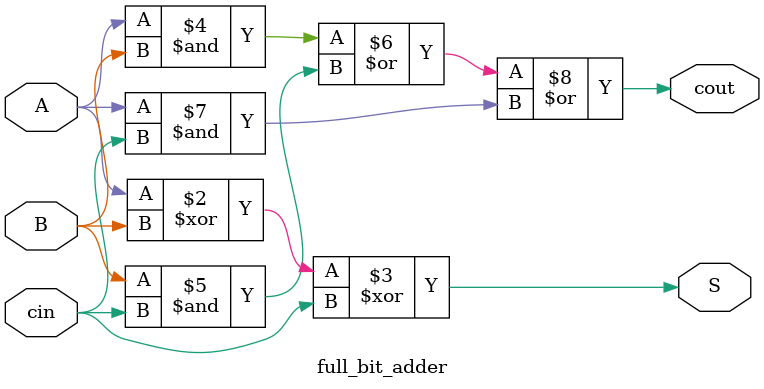
<source format=sv>
module ripple_adder
(
	input  [15:0] A, B,
	input         cin,
	output [15:0] S,
	output        cout
);

    /* TODO
     *
     * Insert code here to implement a ripple adder.
     * Your code should be completly combinational (don't use always_ff or always_latch).
     * Feel free to create sub-modules or other files. */
	  
	  logic c1, c2, c3, c4, c5, c6, c7, c8, c9, c10, c11, c12, c13, c14, c15;
	  
			full_bit_adder FBA0(.A(A[0]), .B(B[0]), .cin(cin), .S(S[0]), .cout(c1));
			full_bit_adder FBA1(.A(A[1]), .B(B[1]), .cin(c1), .S(S[1]), .cout(c2));
			full_bit_adder FBA2(.A(A[2]), .B(B[2]), .cin(c2), .S(S[2]), .cout(c3));
			full_bit_adder FBA3(.A(A[3]), .B(B[3]), .cin(c3), .S(S[3]), .cout(c4));
			full_bit_adder FBA4(.A(A[4]), .B(B[4]), .cin(c4), .S(S[4]), .cout(c5));
			full_bit_adder FBA5(.A(A[5]), .B(B[5]), .cin(c5), .S(S[5]), .cout(c6));
			full_bit_adder FBA6(.A(A[6]), .B(B[6]), .cin(c6), .S(S[6]), .cout(c7));
			full_bit_adder FBA7(.A(A[7]), .B(B[7]), .cin(c7), .S(S[7]), .cout(c8));
			full_bit_adder FBA8(.A(A[8]), .B(B[8]), .cin(c8), .S(S[8]), .cout(c9));
			full_bit_adder FBA9(.A(A[9]), .B(B[9]), .cin(c9), .S(S[9]), .cout(c10));
			full_bit_adder FBA10(.A(A[10]), .B(B[10]), .cin(c10), .S(S[10]), .cout(c11));
			full_bit_adder FBA11(.A(A[11]), .B(B[11]), .cin(c11), .S(S[11]), .cout(c12));
			full_bit_adder FBA12(.A(A[12]), .B(B[12]), .cin(c12), .S(S[12]), .cout(c13));
			full_bit_adder FBA13(.A(A[13]), .B(B[13]), .cin(c13), .S(S[13]), .cout(c14));
			full_bit_adder FBA14(.A(A[14]), .B(B[14]), .cin(c14), .S(S[14]), .cout(c15));
			full_bit_adder FBA15(.A(A[15]), .B(B[15]), .cin(c15), .S(S[15]), .cout(cout));

     
endmodule


module full_bit_adder
(	input logic A, B, cin,
	output logic S, cout);

	always_comb
	begin
		S = A ^ B ^ cin;
		cout = (A&B) | (B&cin) | (A&cin);
	end

endmodule
	
</source>
